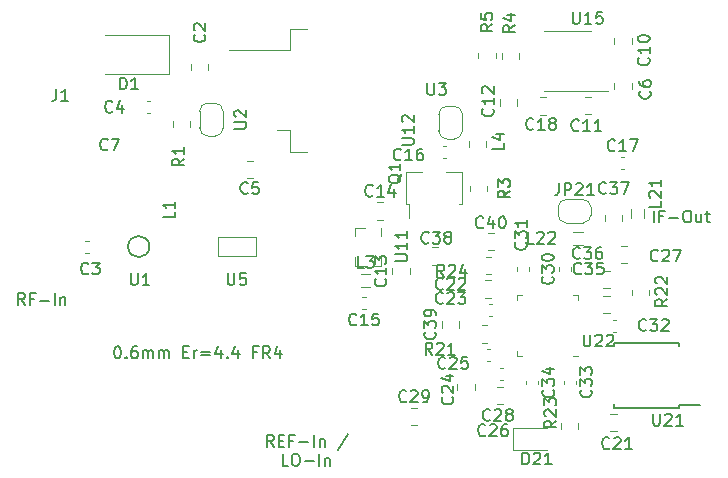
<source format=gbr>
%TF.GenerationSoftware,KiCad,Pcbnew,(6.0.2)*%
%TF.CreationDate,2022-09-18T20:27:38+02:00*%
%TF.ProjectId,8-4GHzDSN_V2,382d3447-487a-4445-934e-5f56322e6b69,rev?*%
%TF.SameCoordinates,Original*%
%TF.FileFunction,Legend,Top*%
%TF.FilePolarity,Positive*%
%FSLAX46Y46*%
G04 Gerber Fmt 4.6, Leading zero omitted, Abs format (unit mm)*
G04 Created by KiCad (PCBNEW (6.0.2)) date 2022-09-18 20:27:38*
%MOMM*%
%LPD*%
G01*
G04 APERTURE LIST*
%ADD10C,0.150000*%
%ADD11C,0.120000*%
G04 APERTURE END LIST*
D10*
X109266666Y-128452380D02*
X109361904Y-128452380D01*
X109457142Y-128500000D01*
X109504761Y-128547619D01*
X109552380Y-128642857D01*
X109600000Y-128833333D01*
X109600000Y-129071428D01*
X109552380Y-129261904D01*
X109504761Y-129357142D01*
X109457142Y-129404761D01*
X109361904Y-129452380D01*
X109266666Y-129452380D01*
X109171428Y-129404761D01*
X109123809Y-129357142D01*
X109076190Y-129261904D01*
X109028571Y-129071428D01*
X109028571Y-128833333D01*
X109076190Y-128642857D01*
X109123809Y-128547619D01*
X109171428Y-128500000D01*
X109266666Y-128452380D01*
X110028571Y-129357142D02*
X110076190Y-129404761D01*
X110028571Y-129452380D01*
X109980952Y-129404761D01*
X110028571Y-129357142D01*
X110028571Y-129452380D01*
X110933333Y-128452380D02*
X110742857Y-128452380D01*
X110647619Y-128500000D01*
X110600000Y-128547619D01*
X110504761Y-128690476D01*
X110457142Y-128880952D01*
X110457142Y-129261904D01*
X110504761Y-129357142D01*
X110552380Y-129404761D01*
X110647619Y-129452380D01*
X110838095Y-129452380D01*
X110933333Y-129404761D01*
X110980952Y-129357142D01*
X111028571Y-129261904D01*
X111028571Y-129023809D01*
X110980952Y-128928571D01*
X110933333Y-128880952D01*
X110838095Y-128833333D01*
X110647619Y-128833333D01*
X110552380Y-128880952D01*
X110504761Y-128928571D01*
X110457142Y-129023809D01*
X111457142Y-129452380D02*
X111457142Y-128785714D01*
X111457142Y-128880952D02*
X111504761Y-128833333D01*
X111600000Y-128785714D01*
X111742857Y-128785714D01*
X111838095Y-128833333D01*
X111885714Y-128928571D01*
X111885714Y-129452380D01*
X111885714Y-128928571D02*
X111933333Y-128833333D01*
X112028571Y-128785714D01*
X112171428Y-128785714D01*
X112266666Y-128833333D01*
X112314285Y-128928571D01*
X112314285Y-129452380D01*
X112790476Y-129452380D02*
X112790476Y-128785714D01*
X112790476Y-128880952D02*
X112838095Y-128833333D01*
X112933333Y-128785714D01*
X113076190Y-128785714D01*
X113171428Y-128833333D01*
X113219047Y-128928571D01*
X113219047Y-129452380D01*
X113219047Y-128928571D02*
X113266666Y-128833333D01*
X113361904Y-128785714D01*
X113504761Y-128785714D01*
X113600000Y-128833333D01*
X113647619Y-128928571D01*
X113647619Y-129452380D01*
X114885714Y-128928571D02*
X115219047Y-128928571D01*
X115361904Y-129452380D02*
X114885714Y-129452380D01*
X114885714Y-128452380D01*
X115361904Y-128452380D01*
X115790476Y-129452380D02*
X115790476Y-128785714D01*
X115790476Y-128976190D02*
X115838095Y-128880952D01*
X115885714Y-128833333D01*
X115980952Y-128785714D01*
X116076190Y-128785714D01*
X116409523Y-128928571D02*
X117171428Y-128928571D01*
X117171428Y-129214285D02*
X116409523Y-129214285D01*
X118076190Y-128785714D02*
X118076190Y-129452380D01*
X117838095Y-128404761D02*
X117600000Y-129119047D01*
X118219047Y-129119047D01*
X118600000Y-129357142D02*
X118647619Y-129404761D01*
X118600000Y-129452380D01*
X118552380Y-129404761D01*
X118600000Y-129357142D01*
X118600000Y-129452380D01*
X119504761Y-128785714D02*
X119504761Y-129452380D01*
X119266666Y-128404761D02*
X119028571Y-129119047D01*
X119647619Y-129119047D01*
X121123809Y-128928571D02*
X120790476Y-128928571D01*
X120790476Y-129452380D02*
X120790476Y-128452380D01*
X121266666Y-128452380D01*
X122219047Y-129452380D02*
X121885714Y-128976190D01*
X121647619Y-129452380D02*
X121647619Y-128452380D01*
X122028571Y-128452380D01*
X122123809Y-128500000D01*
X122171428Y-128547619D01*
X122219047Y-128642857D01*
X122219047Y-128785714D01*
X122171428Y-128880952D01*
X122123809Y-128928571D01*
X122028571Y-128976190D01*
X121647619Y-128976190D01*
X123076190Y-128785714D02*
X123076190Y-129452380D01*
X122838095Y-128404761D02*
X122600000Y-129119047D01*
X123219047Y-129119047D01*
X154690476Y-117952380D02*
X154690476Y-116952380D01*
X155500000Y-117428571D02*
X155166666Y-117428571D01*
X155166666Y-117952380D02*
X155166666Y-116952380D01*
X155642857Y-116952380D01*
X156023809Y-117571428D02*
X156785714Y-117571428D01*
X157452380Y-116952380D02*
X157642857Y-116952380D01*
X157738095Y-117000000D01*
X157833333Y-117095238D01*
X157880952Y-117285714D01*
X157880952Y-117619047D01*
X157833333Y-117809523D01*
X157738095Y-117904761D01*
X157642857Y-117952380D01*
X157452380Y-117952380D01*
X157357142Y-117904761D01*
X157261904Y-117809523D01*
X157214285Y-117619047D01*
X157214285Y-117285714D01*
X157261904Y-117095238D01*
X157357142Y-117000000D01*
X157452380Y-116952380D01*
X158738095Y-117285714D02*
X158738095Y-117952380D01*
X158309523Y-117285714D02*
X158309523Y-117809523D01*
X158357142Y-117904761D01*
X158452380Y-117952380D01*
X158595238Y-117952380D01*
X158690476Y-117904761D01*
X158738095Y-117857142D01*
X159071428Y-117285714D02*
X159452380Y-117285714D01*
X159214285Y-116952380D02*
X159214285Y-117809523D01*
X159261904Y-117904761D01*
X159357142Y-117952380D01*
X159452380Y-117952380D01*
X101471428Y-124952380D02*
X101138095Y-124476190D01*
X100900000Y-124952380D02*
X100900000Y-123952380D01*
X101280952Y-123952380D01*
X101376190Y-124000000D01*
X101423809Y-124047619D01*
X101471428Y-124142857D01*
X101471428Y-124285714D01*
X101423809Y-124380952D01*
X101376190Y-124428571D01*
X101280952Y-124476190D01*
X100900000Y-124476190D01*
X102233333Y-124428571D02*
X101900000Y-124428571D01*
X101900000Y-124952380D02*
X101900000Y-123952380D01*
X102376190Y-123952380D01*
X102757142Y-124571428D02*
X103519047Y-124571428D01*
X103995238Y-124952380D02*
X103995238Y-123952380D01*
X104471428Y-124285714D02*
X104471428Y-124952380D01*
X104471428Y-124380952D02*
X104519047Y-124333333D01*
X104614285Y-124285714D01*
X104757142Y-124285714D01*
X104852380Y-124333333D01*
X104900000Y-124428571D01*
X104900000Y-124952380D01*
X122514285Y-136947380D02*
X122180952Y-136471190D01*
X121942857Y-136947380D02*
X121942857Y-135947380D01*
X122323809Y-135947380D01*
X122419047Y-135995000D01*
X122466666Y-136042619D01*
X122514285Y-136137857D01*
X122514285Y-136280714D01*
X122466666Y-136375952D01*
X122419047Y-136423571D01*
X122323809Y-136471190D01*
X121942857Y-136471190D01*
X122942857Y-136423571D02*
X123276190Y-136423571D01*
X123419047Y-136947380D02*
X122942857Y-136947380D01*
X122942857Y-135947380D01*
X123419047Y-135947380D01*
X124180952Y-136423571D02*
X123847619Y-136423571D01*
X123847619Y-136947380D02*
X123847619Y-135947380D01*
X124323809Y-135947380D01*
X124704761Y-136566428D02*
X125466666Y-136566428D01*
X125942857Y-136947380D02*
X125942857Y-135947380D01*
X126419047Y-136280714D02*
X126419047Y-136947380D01*
X126419047Y-136375952D02*
X126466666Y-136328333D01*
X126561904Y-136280714D01*
X126704761Y-136280714D01*
X126800000Y-136328333D01*
X126847619Y-136423571D01*
X126847619Y-136947380D01*
X128800000Y-135899761D02*
X127942857Y-137185476D01*
X123776190Y-138557380D02*
X123300000Y-138557380D01*
X123300000Y-137557380D01*
X124300000Y-137557380D02*
X124490476Y-137557380D01*
X124585714Y-137605000D01*
X124680952Y-137700238D01*
X124728571Y-137890714D01*
X124728571Y-138224047D01*
X124680952Y-138414523D01*
X124585714Y-138509761D01*
X124490476Y-138557380D01*
X124300000Y-138557380D01*
X124204761Y-138509761D01*
X124109523Y-138414523D01*
X124061904Y-138224047D01*
X124061904Y-137890714D01*
X124109523Y-137700238D01*
X124204761Y-137605000D01*
X124300000Y-137557380D01*
X125157142Y-138176428D02*
X125919047Y-138176428D01*
X126395238Y-138557380D02*
X126395238Y-137557380D01*
X126871428Y-137890714D02*
X126871428Y-138557380D01*
X126871428Y-137985952D02*
X126919047Y-137938333D01*
X127014285Y-137890714D01*
X127157142Y-137890714D01*
X127252380Y-137938333D01*
X127300000Y-138033571D01*
X127300000Y-138557380D01*
%TO.C,R22*%
X155852380Y-124442857D02*
X155376190Y-124776190D01*
X155852380Y-125014285D02*
X154852380Y-125014285D01*
X154852380Y-124633333D01*
X154900000Y-124538095D01*
X154947619Y-124490476D01*
X155042857Y-124442857D01*
X155185714Y-124442857D01*
X155280952Y-124490476D01*
X155328571Y-124538095D01*
X155376190Y-124633333D01*
X155376190Y-125014285D01*
X154947619Y-124061904D02*
X154900000Y-124014285D01*
X154852380Y-123919047D01*
X154852380Y-123680952D01*
X154900000Y-123585714D01*
X154947619Y-123538095D01*
X155042857Y-123490476D01*
X155138095Y-123490476D01*
X155280952Y-123538095D01*
X155852380Y-124109523D01*
X155852380Y-123490476D01*
X154947619Y-123109523D02*
X154900000Y-123061904D01*
X154852380Y-122966666D01*
X154852380Y-122728571D01*
X154900000Y-122633333D01*
X154947619Y-122585714D01*
X155042857Y-122538095D01*
X155138095Y-122538095D01*
X155280952Y-122585714D01*
X155852380Y-123157142D01*
X155852380Y-122538095D01*
%TO.C,C14*%
X130907142Y-115677142D02*
X130859523Y-115724761D01*
X130716666Y-115772380D01*
X130621428Y-115772380D01*
X130478571Y-115724761D01*
X130383333Y-115629523D01*
X130335714Y-115534285D01*
X130288095Y-115343809D01*
X130288095Y-115200952D01*
X130335714Y-115010476D01*
X130383333Y-114915238D01*
X130478571Y-114820000D01*
X130621428Y-114772380D01*
X130716666Y-114772380D01*
X130859523Y-114820000D01*
X130907142Y-114867619D01*
X131859523Y-115772380D02*
X131288095Y-115772380D01*
X131573809Y-115772380D02*
X131573809Y-114772380D01*
X131478571Y-114915238D01*
X131383333Y-115010476D01*
X131288095Y-115058095D01*
X132716666Y-115105714D02*
X132716666Y-115772380D01*
X132478571Y-114724761D02*
X132240476Y-115439047D01*
X132859523Y-115439047D01*
%TO.C,C40*%
X140257142Y-118357142D02*
X140209523Y-118404761D01*
X140066666Y-118452380D01*
X139971428Y-118452380D01*
X139828571Y-118404761D01*
X139733333Y-118309523D01*
X139685714Y-118214285D01*
X139638095Y-118023809D01*
X139638095Y-117880952D01*
X139685714Y-117690476D01*
X139733333Y-117595238D01*
X139828571Y-117500000D01*
X139971428Y-117452380D01*
X140066666Y-117452380D01*
X140209523Y-117500000D01*
X140257142Y-117547619D01*
X141114285Y-117785714D02*
X141114285Y-118452380D01*
X140876190Y-117404761D02*
X140638095Y-118119047D01*
X141257142Y-118119047D01*
X141828571Y-117452380D02*
X141923809Y-117452380D01*
X142019047Y-117500000D01*
X142066666Y-117547619D01*
X142114285Y-117642857D01*
X142161904Y-117833333D01*
X142161904Y-118071428D01*
X142114285Y-118261904D01*
X142066666Y-118357142D01*
X142019047Y-118404761D01*
X141923809Y-118452380D01*
X141828571Y-118452380D01*
X141733333Y-118404761D01*
X141685714Y-118357142D01*
X141638095Y-118261904D01*
X141590476Y-118071428D01*
X141590476Y-117833333D01*
X141638095Y-117642857D01*
X141685714Y-117547619D01*
X141733333Y-117500000D01*
X141828571Y-117452380D01*
%TO.C,R3*%
X142502380Y-115266666D02*
X142026190Y-115600000D01*
X142502380Y-115838095D02*
X141502380Y-115838095D01*
X141502380Y-115457142D01*
X141550000Y-115361904D01*
X141597619Y-115314285D01*
X141692857Y-115266666D01*
X141835714Y-115266666D01*
X141930952Y-115314285D01*
X141978571Y-115361904D01*
X142026190Y-115457142D01*
X142026190Y-115838095D01*
X141502380Y-114933333D02*
X141502380Y-114314285D01*
X141883333Y-114647619D01*
X141883333Y-114504761D01*
X141930952Y-114409523D01*
X141978571Y-114361904D01*
X142073809Y-114314285D01*
X142311904Y-114314285D01*
X142407142Y-114361904D01*
X142454761Y-114409523D01*
X142502380Y-114504761D01*
X142502380Y-114790476D01*
X142454761Y-114885714D01*
X142407142Y-114933333D01*
X142552380Y-115266666D02*
X142076190Y-115600000D01*
X142552380Y-115838095D02*
X141552380Y-115838095D01*
X141552380Y-115457142D01*
X141600000Y-115361904D01*
X141647619Y-115314285D01*
X141742857Y-115266666D01*
X141885714Y-115266666D01*
X141980952Y-115314285D01*
X142028571Y-115361904D01*
X142076190Y-115457142D01*
X142076190Y-115838095D01*
X141552380Y-114933333D02*
X141552380Y-114314285D01*
X141933333Y-114647619D01*
X141933333Y-114504761D01*
X141980952Y-114409523D01*
X142028571Y-114361904D01*
X142123809Y-114314285D01*
X142361904Y-114314285D01*
X142457142Y-114361904D01*
X142504761Y-114409523D01*
X142552380Y-114504761D01*
X142552380Y-114790476D01*
X142504761Y-114885714D01*
X142457142Y-114933333D01*
%TO.C,U11*%
X132822380Y-121238095D02*
X133631904Y-121238095D01*
X133727142Y-121190476D01*
X133774761Y-121142857D01*
X133822380Y-121047619D01*
X133822380Y-120857142D01*
X133774761Y-120761904D01*
X133727142Y-120714285D01*
X133631904Y-120666666D01*
X132822380Y-120666666D01*
X133822380Y-119666666D02*
X133822380Y-120238095D01*
X133822380Y-119952380D02*
X132822380Y-119952380D01*
X132965238Y-120047619D01*
X133060476Y-120142857D01*
X133108095Y-120238095D01*
X133822380Y-118714285D02*
X133822380Y-119285714D01*
X133822380Y-119000000D02*
X132822380Y-119000000D01*
X132965238Y-119095238D01*
X133060476Y-119190476D01*
X133108095Y-119285714D01*
%TO.C,C25*%
X137057142Y-130257142D02*
X137009523Y-130304761D01*
X136866666Y-130352380D01*
X136771428Y-130352380D01*
X136628571Y-130304761D01*
X136533333Y-130209523D01*
X136485714Y-130114285D01*
X136438095Y-129923809D01*
X136438095Y-129780952D01*
X136485714Y-129590476D01*
X136533333Y-129495238D01*
X136628571Y-129400000D01*
X136771428Y-129352380D01*
X136866666Y-129352380D01*
X137009523Y-129400000D01*
X137057142Y-129447619D01*
X137438095Y-129447619D02*
X137485714Y-129400000D01*
X137580952Y-129352380D01*
X137819047Y-129352380D01*
X137914285Y-129400000D01*
X137961904Y-129447619D01*
X138009523Y-129542857D01*
X138009523Y-129638095D01*
X137961904Y-129780952D01*
X137390476Y-130352380D01*
X138009523Y-130352380D01*
X138914285Y-129352380D02*
X138438095Y-129352380D01*
X138390476Y-129828571D01*
X138438095Y-129780952D01*
X138533333Y-129733333D01*
X138771428Y-129733333D01*
X138866666Y-129780952D01*
X138914285Y-129828571D01*
X138961904Y-129923809D01*
X138961904Y-130161904D01*
X138914285Y-130257142D01*
X138866666Y-130304761D01*
X138771428Y-130352380D01*
X138533333Y-130352380D01*
X138438095Y-130304761D01*
X138390476Y-130257142D01*
%TO.C,C34*%
X146187142Y-132142857D02*
X146234761Y-132190476D01*
X146282380Y-132333333D01*
X146282380Y-132428571D01*
X146234761Y-132571428D01*
X146139523Y-132666666D01*
X146044285Y-132714285D01*
X145853809Y-132761904D01*
X145710952Y-132761904D01*
X145520476Y-132714285D01*
X145425238Y-132666666D01*
X145330000Y-132571428D01*
X145282380Y-132428571D01*
X145282380Y-132333333D01*
X145330000Y-132190476D01*
X145377619Y-132142857D01*
X145282380Y-131809523D02*
X145282380Y-131190476D01*
X145663333Y-131523809D01*
X145663333Y-131380952D01*
X145710952Y-131285714D01*
X145758571Y-131238095D01*
X145853809Y-131190476D01*
X146091904Y-131190476D01*
X146187142Y-131238095D01*
X146234761Y-131285714D01*
X146282380Y-131380952D01*
X146282380Y-131666666D01*
X146234761Y-131761904D01*
X146187142Y-131809523D01*
X145615714Y-130333333D02*
X146282380Y-130333333D01*
X145234761Y-130571428D02*
X145949047Y-130809523D01*
X145949047Y-130190476D01*
%TO.C,JP21*%
X146690476Y-114652380D02*
X146690476Y-115366666D01*
X146642857Y-115509523D01*
X146547619Y-115604761D01*
X146404761Y-115652380D01*
X146309523Y-115652380D01*
X147166666Y-115652380D02*
X147166666Y-114652380D01*
X147547619Y-114652380D01*
X147642857Y-114700000D01*
X147690476Y-114747619D01*
X147738095Y-114842857D01*
X147738095Y-114985714D01*
X147690476Y-115080952D01*
X147642857Y-115128571D01*
X147547619Y-115176190D01*
X147166666Y-115176190D01*
X148119047Y-114747619D02*
X148166666Y-114700000D01*
X148261904Y-114652380D01*
X148500000Y-114652380D01*
X148595238Y-114700000D01*
X148642857Y-114747619D01*
X148690476Y-114842857D01*
X148690476Y-114938095D01*
X148642857Y-115080952D01*
X148071428Y-115652380D01*
X148690476Y-115652380D01*
X149642857Y-115652380D02*
X149071428Y-115652380D01*
X149357142Y-115652380D02*
X149357142Y-114652380D01*
X149261904Y-114795238D01*
X149166666Y-114890476D01*
X149071428Y-114938095D01*
%TO.C,C22*%
X136857142Y-123557142D02*
X136809523Y-123604761D01*
X136666666Y-123652380D01*
X136571428Y-123652380D01*
X136428571Y-123604761D01*
X136333333Y-123509523D01*
X136285714Y-123414285D01*
X136238095Y-123223809D01*
X136238095Y-123080952D01*
X136285714Y-122890476D01*
X136333333Y-122795238D01*
X136428571Y-122700000D01*
X136571428Y-122652380D01*
X136666666Y-122652380D01*
X136809523Y-122700000D01*
X136857142Y-122747619D01*
X137238095Y-122747619D02*
X137285714Y-122700000D01*
X137380952Y-122652380D01*
X137619047Y-122652380D01*
X137714285Y-122700000D01*
X137761904Y-122747619D01*
X137809523Y-122842857D01*
X137809523Y-122938095D01*
X137761904Y-123080952D01*
X137190476Y-123652380D01*
X137809523Y-123652380D01*
X138190476Y-122747619D02*
X138238095Y-122700000D01*
X138333333Y-122652380D01*
X138571428Y-122652380D01*
X138666666Y-122700000D01*
X138714285Y-122747619D01*
X138761904Y-122842857D01*
X138761904Y-122938095D01*
X138714285Y-123080952D01*
X138142857Y-123652380D01*
X138761904Y-123652380D01*
%TO.C,C38*%
X135657142Y-119657142D02*
X135609523Y-119704761D01*
X135466666Y-119752380D01*
X135371428Y-119752380D01*
X135228571Y-119704761D01*
X135133333Y-119609523D01*
X135085714Y-119514285D01*
X135038095Y-119323809D01*
X135038095Y-119180952D01*
X135085714Y-118990476D01*
X135133333Y-118895238D01*
X135228571Y-118800000D01*
X135371428Y-118752380D01*
X135466666Y-118752380D01*
X135609523Y-118800000D01*
X135657142Y-118847619D01*
X135990476Y-118752380D02*
X136609523Y-118752380D01*
X136276190Y-119133333D01*
X136419047Y-119133333D01*
X136514285Y-119180952D01*
X136561904Y-119228571D01*
X136609523Y-119323809D01*
X136609523Y-119561904D01*
X136561904Y-119657142D01*
X136514285Y-119704761D01*
X136419047Y-119752380D01*
X136133333Y-119752380D01*
X136038095Y-119704761D01*
X135990476Y-119657142D01*
X137180952Y-119180952D02*
X137085714Y-119133333D01*
X137038095Y-119085714D01*
X136990476Y-118990476D01*
X136990476Y-118942857D01*
X137038095Y-118847619D01*
X137085714Y-118800000D01*
X137180952Y-118752380D01*
X137371428Y-118752380D01*
X137466666Y-118800000D01*
X137514285Y-118847619D01*
X137561904Y-118942857D01*
X137561904Y-118990476D01*
X137514285Y-119085714D01*
X137466666Y-119133333D01*
X137371428Y-119180952D01*
X137180952Y-119180952D01*
X137085714Y-119228571D01*
X137038095Y-119276190D01*
X136990476Y-119371428D01*
X136990476Y-119561904D01*
X137038095Y-119657142D01*
X137085714Y-119704761D01*
X137180952Y-119752380D01*
X137371428Y-119752380D01*
X137466666Y-119704761D01*
X137514285Y-119657142D01*
X137561904Y-119561904D01*
X137561904Y-119371428D01*
X137514285Y-119276190D01*
X137466666Y-119228571D01*
X137371428Y-119180952D01*
%TO.C,C6*%
X154359642Y-106849166D02*
X154407261Y-106896785D01*
X154454880Y-107039642D01*
X154454880Y-107134880D01*
X154407261Y-107277738D01*
X154312023Y-107372976D01*
X154216785Y-107420595D01*
X154026309Y-107468214D01*
X153883452Y-107468214D01*
X153692976Y-107420595D01*
X153597738Y-107372976D01*
X153502500Y-107277738D01*
X153454880Y-107134880D01*
X153454880Y-107039642D01*
X153502500Y-106896785D01*
X153550119Y-106849166D01*
X153454880Y-105992023D02*
X153454880Y-106182500D01*
X153502500Y-106277738D01*
X153550119Y-106325357D01*
X153692976Y-106420595D01*
X153883452Y-106468214D01*
X154264404Y-106468214D01*
X154359642Y-106420595D01*
X154407261Y-106372976D01*
X154454880Y-106277738D01*
X154454880Y-106087261D01*
X154407261Y-105992023D01*
X154359642Y-105944404D01*
X154264404Y-105896785D01*
X154026309Y-105896785D01*
X153931071Y-105944404D01*
X153883452Y-105992023D01*
X153835833Y-106087261D01*
X153835833Y-106277738D01*
X153883452Y-106372976D01*
X153931071Y-106420595D01*
X154026309Y-106468214D01*
%TO.C,L22*%
X144557142Y-119752380D02*
X144080952Y-119752380D01*
X144080952Y-118752380D01*
X144842857Y-118847619D02*
X144890476Y-118800000D01*
X144985714Y-118752380D01*
X145223809Y-118752380D01*
X145319047Y-118800000D01*
X145366666Y-118847619D01*
X145414285Y-118942857D01*
X145414285Y-119038095D01*
X145366666Y-119180952D01*
X144795238Y-119752380D01*
X145414285Y-119752380D01*
X145795238Y-118847619D02*
X145842857Y-118800000D01*
X145938095Y-118752380D01*
X146176190Y-118752380D01*
X146271428Y-118800000D01*
X146319047Y-118847619D01*
X146366666Y-118942857D01*
X146366666Y-119038095D01*
X146319047Y-119180952D01*
X145747619Y-119752380D01*
X146366666Y-119752380D01*
%TO.C,C23*%
X136857142Y-124757142D02*
X136809523Y-124804761D01*
X136666666Y-124852380D01*
X136571428Y-124852380D01*
X136428571Y-124804761D01*
X136333333Y-124709523D01*
X136285714Y-124614285D01*
X136238095Y-124423809D01*
X136238095Y-124280952D01*
X136285714Y-124090476D01*
X136333333Y-123995238D01*
X136428571Y-123900000D01*
X136571428Y-123852380D01*
X136666666Y-123852380D01*
X136809523Y-123900000D01*
X136857142Y-123947619D01*
X137238095Y-123947619D02*
X137285714Y-123900000D01*
X137380952Y-123852380D01*
X137619047Y-123852380D01*
X137714285Y-123900000D01*
X137761904Y-123947619D01*
X137809523Y-124042857D01*
X137809523Y-124138095D01*
X137761904Y-124280952D01*
X137190476Y-124852380D01*
X137809523Y-124852380D01*
X138142857Y-123852380D02*
X138761904Y-123852380D01*
X138428571Y-124233333D01*
X138571428Y-124233333D01*
X138666666Y-124280952D01*
X138714285Y-124328571D01*
X138761904Y-124423809D01*
X138761904Y-124661904D01*
X138714285Y-124757142D01*
X138666666Y-124804761D01*
X138571428Y-124852380D01*
X138285714Y-124852380D01*
X138190476Y-124804761D01*
X138142857Y-124757142D01*
%TO.C,C29*%
X133757142Y-133077142D02*
X133709523Y-133124761D01*
X133566666Y-133172380D01*
X133471428Y-133172380D01*
X133328571Y-133124761D01*
X133233333Y-133029523D01*
X133185714Y-132934285D01*
X133138095Y-132743809D01*
X133138095Y-132600952D01*
X133185714Y-132410476D01*
X133233333Y-132315238D01*
X133328571Y-132220000D01*
X133471428Y-132172380D01*
X133566666Y-132172380D01*
X133709523Y-132220000D01*
X133757142Y-132267619D01*
X134138095Y-132267619D02*
X134185714Y-132220000D01*
X134280952Y-132172380D01*
X134519047Y-132172380D01*
X134614285Y-132220000D01*
X134661904Y-132267619D01*
X134709523Y-132362857D01*
X134709523Y-132458095D01*
X134661904Y-132600952D01*
X134090476Y-133172380D01*
X134709523Y-133172380D01*
X135185714Y-133172380D02*
X135376190Y-133172380D01*
X135471428Y-133124761D01*
X135519047Y-133077142D01*
X135614285Y-132934285D01*
X135661904Y-132743809D01*
X135661904Y-132362857D01*
X135614285Y-132267619D01*
X135566666Y-132220000D01*
X135471428Y-132172380D01*
X135280952Y-132172380D01*
X135185714Y-132220000D01*
X135138095Y-132267619D01*
X135090476Y-132362857D01*
X135090476Y-132600952D01*
X135138095Y-132696190D01*
X135185714Y-132743809D01*
X135280952Y-132791428D01*
X135471428Y-132791428D01*
X135566666Y-132743809D01*
X135614285Y-132696190D01*
X135661904Y-132600952D01*
%TO.C,C15*%
X129519642Y-126587142D02*
X129472023Y-126634761D01*
X129329166Y-126682380D01*
X129233928Y-126682380D01*
X129091071Y-126634761D01*
X128995833Y-126539523D01*
X128948214Y-126444285D01*
X128900595Y-126253809D01*
X128900595Y-126110952D01*
X128948214Y-125920476D01*
X128995833Y-125825238D01*
X129091071Y-125730000D01*
X129233928Y-125682380D01*
X129329166Y-125682380D01*
X129472023Y-125730000D01*
X129519642Y-125777619D01*
X130472023Y-126682380D02*
X129900595Y-126682380D01*
X130186309Y-126682380D02*
X130186309Y-125682380D01*
X130091071Y-125825238D01*
X129995833Y-125920476D01*
X129900595Y-125968095D01*
X131376785Y-125682380D02*
X130900595Y-125682380D01*
X130852976Y-126158571D01*
X130900595Y-126110952D01*
X130995833Y-126063333D01*
X131233928Y-126063333D01*
X131329166Y-126110952D01*
X131376785Y-126158571D01*
X131424404Y-126253809D01*
X131424404Y-126491904D01*
X131376785Y-126587142D01*
X131329166Y-126634761D01*
X131233928Y-126682380D01*
X130995833Y-126682380D01*
X130900595Y-126634761D01*
X130852976Y-126587142D01*
%TO.C,U1*%
X110438095Y-122252380D02*
X110438095Y-123061904D01*
X110485714Y-123157142D01*
X110533333Y-123204761D01*
X110628571Y-123252380D01*
X110819047Y-123252380D01*
X110914285Y-123204761D01*
X110961904Y-123157142D01*
X111009523Y-123061904D01*
X111009523Y-122252380D01*
X112009523Y-123252380D02*
X111438095Y-123252380D01*
X111723809Y-123252380D02*
X111723809Y-122252380D01*
X111628571Y-122395238D01*
X111533333Y-122490476D01*
X111438095Y-122538095D01*
%TO.C,C28*%
X140857142Y-134657142D02*
X140809523Y-134704761D01*
X140666666Y-134752380D01*
X140571428Y-134752380D01*
X140428571Y-134704761D01*
X140333333Y-134609523D01*
X140285714Y-134514285D01*
X140238095Y-134323809D01*
X140238095Y-134180952D01*
X140285714Y-133990476D01*
X140333333Y-133895238D01*
X140428571Y-133800000D01*
X140571428Y-133752380D01*
X140666666Y-133752380D01*
X140809523Y-133800000D01*
X140857142Y-133847619D01*
X141238095Y-133847619D02*
X141285714Y-133800000D01*
X141380952Y-133752380D01*
X141619047Y-133752380D01*
X141714285Y-133800000D01*
X141761904Y-133847619D01*
X141809523Y-133942857D01*
X141809523Y-134038095D01*
X141761904Y-134180952D01*
X141190476Y-134752380D01*
X141809523Y-134752380D01*
X142380952Y-134180952D02*
X142285714Y-134133333D01*
X142238095Y-134085714D01*
X142190476Y-133990476D01*
X142190476Y-133942857D01*
X142238095Y-133847619D01*
X142285714Y-133800000D01*
X142380952Y-133752380D01*
X142571428Y-133752380D01*
X142666666Y-133800000D01*
X142714285Y-133847619D01*
X142761904Y-133942857D01*
X142761904Y-133990476D01*
X142714285Y-134085714D01*
X142666666Y-134133333D01*
X142571428Y-134180952D01*
X142380952Y-134180952D01*
X142285714Y-134228571D01*
X142238095Y-134276190D01*
X142190476Y-134371428D01*
X142190476Y-134561904D01*
X142238095Y-134657142D01*
X142285714Y-134704761D01*
X142380952Y-134752380D01*
X142571428Y-134752380D01*
X142666666Y-134704761D01*
X142714285Y-134657142D01*
X142761904Y-134561904D01*
X142761904Y-134371428D01*
X142714285Y-134276190D01*
X142666666Y-134228571D01*
X142571428Y-134180952D01*
%TO.C,L3*%
X130133333Y-121802380D02*
X129657142Y-121802380D01*
X129657142Y-120802380D01*
X130371428Y-120802380D02*
X130990476Y-120802380D01*
X130657142Y-121183333D01*
X130800000Y-121183333D01*
X130895238Y-121230952D01*
X130942857Y-121278571D01*
X130990476Y-121373809D01*
X130990476Y-121611904D01*
X130942857Y-121707142D01*
X130895238Y-121754761D01*
X130800000Y-121802380D01*
X130514285Y-121802380D01*
X130419047Y-121754761D01*
X130371428Y-121707142D01*
%TO.C,J1*%
X104116666Y-106652380D02*
X104116666Y-107366666D01*
X104069047Y-107509523D01*
X103973809Y-107604761D01*
X103830952Y-107652380D01*
X103735714Y-107652380D01*
X105116666Y-107652380D02*
X104545238Y-107652380D01*
X104830952Y-107652380D02*
X104830952Y-106652380D01*
X104735714Y-106795238D01*
X104640476Y-106890476D01*
X104545238Y-106938095D01*
%TO.C,C39*%
X136157142Y-127242857D02*
X136204761Y-127290476D01*
X136252380Y-127433333D01*
X136252380Y-127528571D01*
X136204761Y-127671428D01*
X136109523Y-127766666D01*
X136014285Y-127814285D01*
X135823809Y-127861904D01*
X135680952Y-127861904D01*
X135490476Y-127814285D01*
X135395238Y-127766666D01*
X135300000Y-127671428D01*
X135252380Y-127528571D01*
X135252380Y-127433333D01*
X135300000Y-127290476D01*
X135347619Y-127242857D01*
X135252380Y-126909523D02*
X135252380Y-126290476D01*
X135633333Y-126623809D01*
X135633333Y-126480952D01*
X135680952Y-126385714D01*
X135728571Y-126338095D01*
X135823809Y-126290476D01*
X136061904Y-126290476D01*
X136157142Y-126338095D01*
X136204761Y-126385714D01*
X136252380Y-126480952D01*
X136252380Y-126766666D01*
X136204761Y-126861904D01*
X136157142Y-126909523D01*
X136252380Y-125814285D02*
X136252380Y-125623809D01*
X136204761Y-125528571D01*
X136157142Y-125480952D01*
X136014285Y-125385714D01*
X135823809Y-125338095D01*
X135442857Y-125338095D01*
X135347619Y-125385714D01*
X135300000Y-125433333D01*
X135252380Y-125528571D01*
X135252380Y-125719047D01*
X135300000Y-125814285D01*
X135347619Y-125861904D01*
X135442857Y-125909523D01*
X135680952Y-125909523D01*
X135776190Y-125861904D01*
X135823809Y-125814285D01*
X135871428Y-125719047D01*
X135871428Y-125528571D01*
X135823809Y-125433333D01*
X135776190Y-125385714D01*
X135680952Y-125338095D01*
%TO.C,C24*%
X137657142Y-132742857D02*
X137704761Y-132790476D01*
X137752380Y-132933333D01*
X137752380Y-133028571D01*
X137704761Y-133171428D01*
X137609523Y-133266666D01*
X137514285Y-133314285D01*
X137323809Y-133361904D01*
X137180952Y-133361904D01*
X136990476Y-133314285D01*
X136895238Y-133266666D01*
X136800000Y-133171428D01*
X136752380Y-133028571D01*
X136752380Y-132933333D01*
X136800000Y-132790476D01*
X136847619Y-132742857D01*
X136847619Y-132361904D02*
X136800000Y-132314285D01*
X136752380Y-132219047D01*
X136752380Y-131980952D01*
X136800000Y-131885714D01*
X136847619Y-131838095D01*
X136942857Y-131790476D01*
X137038095Y-131790476D01*
X137180952Y-131838095D01*
X137752380Y-132409523D01*
X137752380Y-131790476D01*
X137085714Y-130933333D02*
X137752380Y-130933333D01*
X136704761Y-131171428D02*
X137419047Y-131409523D01*
X137419047Y-130790476D01*
%TO.C,R5*%
X141052380Y-101166666D02*
X140576190Y-101500000D01*
X141052380Y-101738095D02*
X140052380Y-101738095D01*
X140052380Y-101357142D01*
X140100000Y-101261904D01*
X140147619Y-101214285D01*
X140242857Y-101166666D01*
X140385714Y-101166666D01*
X140480952Y-101214285D01*
X140528571Y-101261904D01*
X140576190Y-101357142D01*
X140576190Y-101738095D01*
X140052380Y-100261904D02*
X140052380Y-100738095D01*
X140528571Y-100785714D01*
X140480952Y-100738095D01*
X140433333Y-100642857D01*
X140433333Y-100404761D01*
X140480952Y-100309523D01*
X140528571Y-100261904D01*
X140623809Y-100214285D01*
X140861904Y-100214285D01*
X140957142Y-100261904D01*
X141004761Y-100309523D01*
X141052380Y-100404761D01*
X141052380Y-100642857D01*
X141004761Y-100738095D01*
X140957142Y-100785714D01*
%TO.C,C3*%
X106833333Y-122257142D02*
X106785714Y-122304761D01*
X106642857Y-122352380D01*
X106547619Y-122352380D01*
X106404761Y-122304761D01*
X106309523Y-122209523D01*
X106261904Y-122114285D01*
X106214285Y-121923809D01*
X106214285Y-121780952D01*
X106261904Y-121590476D01*
X106309523Y-121495238D01*
X106404761Y-121400000D01*
X106547619Y-121352380D01*
X106642857Y-121352380D01*
X106785714Y-121400000D01*
X106833333Y-121447619D01*
X107166666Y-121352380D02*
X107785714Y-121352380D01*
X107452380Y-121733333D01*
X107595238Y-121733333D01*
X107690476Y-121780952D01*
X107738095Y-121828571D01*
X107785714Y-121923809D01*
X107785714Y-122161904D01*
X107738095Y-122257142D01*
X107690476Y-122304761D01*
X107595238Y-122352380D01*
X107309523Y-122352380D01*
X107214285Y-122304761D01*
X107166666Y-122257142D01*
%TO.C,U5*%
X118638095Y-122246380D02*
X118638095Y-123055904D01*
X118685714Y-123151142D01*
X118733333Y-123198761D01*
X118828571Y-123246380D01*
X119019047Y-123246380D01*
X119114285Y-123198761D01*
X119161904Y-123151142D01*
X119209523Y-123055904D01*
X119209523Y-122246380D01*
X120161904Y-122246380D02*
X119685714Y-122246380D01*
X119638095Y-122722571D01*
X119685714Y-122674952D01*
X119780952Y-122627333D01*
X120019047Y-122627333D01*
X120114285Y-122674952D01*
X120161904Y-122722571D01*
X120209523Y-122817809D01*
X120209523Y-123055904D01*
X120161904Y-123151142D01*
X120114285Y-123198761D01*
X120019047Y-123246380D01*
X119780952Y-123246380D01*
X119685714Y-123198761D01*
X119638095Y-123151142D01*
%TO.C,C5*%
X120333333Y-115457142D02*
X120285714Y-115504761D01*
X120142857Y-115552380D01*
X120047619Y-115552380D01*
X119904761Y-115504761D01*
X119809523Y-115409523D01*
X119761904Y-115314285D01*
X119714285Y-115123809D01*
X119714285Y-114980952D01*
X119761904Y-114790476D01*
X119809523Y-114695238D01*
X119904761Y-114600000D01*
X120047619Y-114552380D01*
X120142857Y-114552380D01*
X120285714Y-114600000D01*
X120333333Y-114647619D01*
X121238095Y-114552380D02*
X120761904Y-114552380D01*
X120714285Y-115028571D01*
X120761904Y-114980952D01*
X120857142Y-114933333D01*
X121095238Y-114933333D01*
X121190476Y-114980952D01*
X121238095Y-115028571D01*
X121285714Y-115123809D01*
X121285714Y-115361904D01*
X121238095Y-115457142D01*
X121190476Y-115504761D01*
X121095238Y-115552380D01*
X120857142Y-115552380D01*
X120761904Y-115504761D01*
X120714285Y-115457142D01*
%TO.C,C21*%
X150957142Y-137057142D02*
X150909523Y-137104761D01*
X150766666Y-137152380D01*
X150671428Y-137152380D01*
X150528571Y-137104761D01*
X150433333Y-137009523D01*
X150385714Y-136914285D01*
X150338095Y-136723809D01*
X150338095Y-136580952D01*
X150385714Y-136390476D01*
X150433333Y-136295238D01*
X150528571Y-136200000D01*
X150671428Y-136152380D01*
X150766666Y-136152380D01*
X150909523Y-136200000D01*
X150957142Y-136247619D01*
X151338095Y-136247619D02*
X151385714Y-136200000D01*
X151480952Y-136152380D01*
X151719047Y-136152380D01*
X151814285Y-136200000D01*
X151861904Y-136247619D01*
X151909523Y-136342857D01*
X151909523Y-136438095D01*
X151861904Y-136580952D01*
X151290476Y-137152380D01*
X151909523Y-137152380D01*
X152861904Y-137152380D02*
X152290476Y-137152380D01*
X152576190Y-137152380D02*
X152576190Y-136152380D01*
X152480952Y-136295238D01*
X152385714Y-136390476D01*
X152290476Y-136438095D01*
%TO.C,C13*%
X131977142Y-122742857D02*
X132024761Y-122790476D01*
X132072380Y-122933333D01*
X132072380Y-123028571D01*
X132024761Y-123171428D01*
X131929523Y-123266666D01*
X131834285Y-123314285D01*
X131643809Y-123361904D01*
X131500952Y-123361904D01*
X131310476Y-123314285D01*
X131215238Y-123266666D01*
X131120000Y-123171428D01*
X131072380Y-123028571D01*
X131072380Y-122933333D01*
X131120000Y-122790476D01*
X131167619Y-122742857D01*
X132072380Y-121790476D02*
X132072380Y-122361904D01*
X132072380Y-122076190D02*
X131072380Y-122076190D01*
X131215238Y-122171428D01*
X131310476Y-122266666D01*
X131358095Y-122361904D01*
X131072380Y-121457142D02*
X131072380Y-120838095D01*
X131453333Y-121171428D01*
X131453333Y-121028571D01*
X131500952Y-120933333D01*
X131548571Y-120885714D01*
X131643809Y-120838095D01*
X131881904Y-120838095D01*
X131977142Y-120885714D01*
X132024761Y-120933333D01*
X132072380Y-121028571D01*
X132072380Y-121314285D01*
X132024761Y-121409523D01*
X131977142Y-121457142D01*
%TO.C,Q1*%
X133347619Y-113895238D02*
X133300000Y-113990476D01*
X133204761Y-114085714D01*
X133061904Y-114228571D01*
X133014285Y-114323809D01*
X133014285Y-114419047D01*
X133252380Y-114371428D02*
X133204761Y-114466666D01*
X133109523Y-114561904D01*
X132919047Y-114609523D01*
X132585714Y-114609523D01*
X132395238Y-114561904D01*
X132300000Y-114466666D01*
X132252380Y-114371428D01*
X132252380Y-114180952D01*
X132300000Y-114085714D01*
X132395238Y-113990476D01*
X132585714Y-113942857D01*
X132919047Y-113942857D01*
X133109523Y-113990476D01*
X133204761Y-114085714D01*
X133252380Y-114180952D01*
X133252380Y-114371428D01*
X133252380Y-112990476D02*
X133252380Y-113561904D01*
X133252380Y-113276190D02*
X132252380Y-113276190D01*
X132395238Y-113371428D01*
X132490476Y-113466666D01*
X132538095Y-113561904D01*
%TO.C,C4*%
X108870833Y-108557142D02*
X108823214Y-108604761D01*
X108680357Y-108652380D01*
X108585119Y-108652380D01*
X108442261Y-108604761D01*
X108347023Y-108509523D01*
X108299404Y-108414285D01*
X108251785Y-108223809D01*
X108251785Y-108080952D01*
X108299404Y-107890476D01*
X108347023Y-107795238D01*
X108442261Y-107700000D01*
X108585119Y-107652380D01*
X108680357Y-107652380D01*
X108823214Y-107700000D01*
X108870833Y-107747619D01*
X109727976Y-107985714D02*
X109727976Y-108652380D01*
X109489880Y-107604761D02*
X109251785Y-108319047D01*
X109870833Y-108319047D01*
%TO.C,R1*%
X114952380Y-112566666D02*
X114476190Y-112900000D01*
X114952380Y-113138095D02*
X113952380Y-113138095D01*
X113952380Y-112757142D01*
X114000000Y-112661904D01*
X114047619Y-112614285D01*
X114142857Y-112566666D01*
X114285714Y-112566666D01*
X114380952Y-112614285D01*
X114428571Y-112661904D01*
X114476190Y-112757142D01*
X114476190Y-113138095D01*
X114952380Y-111614285D02*
X114952380Y-112185714D01*
X114952380Y-111900000D02*
X113952380Y-111900000D01*
X114095238Y-111995238D01*
X114190476Y-112090476D01*
X114238095Y-112185714D01*
%TO.C,C11*%
X148359642Y-110139642D02*
X148312023Y-110187261D01*
X148169166Y-110234880D01*
X148073928Y-110234880D01*
X147931071Y-110187261D01*
X147835833Y-110092023D01*
X147788214Y-109996785D01*
X147740595Y-109806309D01*
X147740595Y-109663452D01*
X147788214Y-109472976D01*
X147835833Y-109377738D01*
X147931071Y-109282500D01*
X148073928Y-109234880D01*
X148169166Y-109234880D01*
X148312023Y-109282500D01*
X148359642Y-109330119D01*
X149312023Y-110234880D02*
X148740595Y-110234880D01*
X149026309Y-110234880D02*
X149026309Y-109234880D01*
X148931071Y-109377738D01*
X148835833Y-109472976D01*
X148740595Y-109520595D01*
X150264404Y-110234880D02*
X149692976Y-110234880D01*
X149978690Y-110234880D02*
X149978690Y-109234880D01*
X149883452Y-109377738D01*
X149788214Y-109472976D01*
X149692976Y-109520595D01*
%TO.C,C27*%
X155057142Y-121157142D02*
X155009523Y-121204761D01*
X154866666Y-121252380D01*
X154771428Y-121252380D01*
X154628571Y-121204761D01*
X154533333Y-121109523D01*
X154485714Y-121014285D01*
X154438095Y-120823809D01*
X154438095Y-120680952D01*
X154485714Y-120490476D01*
X154533333Y-120395238D01*
X154628571Y-120300000D01*
X154771428Y-120252380D01*
X154866666Y-120252380D01*
X155009523Y-120300000D01*
X155057142Y-120347619D01*
X155438095Y-120347619D02*
X155485714Y-120300000D01*
X155580952Y-120252380D01*
X155819047Y-120252380D01*
X155914285Y-120300000D01*
X155961904Y-120347619D01*
X156009523Y-120442857D01*
X156009523Y-120538095D01*
X155961904Y-120680952D01*
X155390476Y-121252380D01*
X156009523Y-121252380D01*
X156342857Y-120252380D02*
X157009523Y-120252380D01*
X156580952Y-121252380D01*
%TO.C,C2*%
X116657142Y-102066666D02*
X116704761Y-102114285D01*
X116752380Y-102257142D01*
X116752380Y-102352380D01*
X116704761Y-102495238D01*
X116609523Y-102590476D01*
X116514285Y-102638095D01*
X116323809Y-102685714D01*
X116180952Y-102685714D01*
X115990476Y-102638095D01*
X115895238Y-102590476D01*
X115800000Y-102495238D01*
X115752380Y-102352380D01*
X115752380Y-102257142D01*
X115800000Y-102114285D01*
X115847619Y-102066666D01*
X115847619Y-101685714D02*
X115800000Y-101638095D01*
X115752380Y-101542857D01*
X115752380Y-101304761D01*
X115800000Y-101209523D01*
X115847619Y-101161904D01*
X115942857Y-101114285D01*
X116038095Y-101114285D01*
X116180952Y-101161904D01*
X116752380Y-101733333D01*
X116752380Y-101114285D01*
%TO.C,C32*%
X154057142Y-127057142D02*
X154009523Y-127104761D01*
X153866666Y-127152380D01*
X153771428Y-127152380D01*
X153628571Y-127104761D01*
X153533333Y-127009523D01*
X153485714Y-126914285D01*
X153438095Y-126723809D01*
X153438095Y-126580952D01*
X153485714Y-126390476D01*
X153533333Y-126295238D01*
X153628571Y-126200000D01*
X153771428Y-126152380D01*
X153866666Y-126152380D01*
X154009523Y-126200000D01*
X154057142Y-126247619D01*
X154390476Y-126152380D02*
X155009523Y-126152380D01*
X154676190Y-126533333D01*
X154819047Y-126533333D01*
X154914285Y-126580952D01*
X154961904Y-126628571D01*
X155009523Y-126723809D01*
X155009523Y-126961904D01*
X154961904Y-127057142D01*
X154914285Y-127104761D01*
X154819047Y-127152380D01*
X154533333Y-127152380D01*
X154438095Y-127104761D01*
X154390476Y-127057142D01*
X155390476Y-126247619D02*
X155438095Y-126200000D01*
X155533333Y-126152380D01*
X155771428Y-126152380D01*
X155866666Y-126200000D01*
X155914285Y-126247619D01*
X155961904Y-126342857D01*
X155961904Y-126438095D01*
X155914285Y-126580952D01*
X155342857Y-127152380D01*
X155961904Y-127152380D01*
%TO.C,U2*%
X119202380Y-110011904D02*
X120011904Y-110011904D01*
X120107142Y-109964285D01*
X120154761Y-109916666D01*
X120202380Y-109821428D01*
X120202380Y-109630952D01*
X120154761Y-109535714D01*
X120107142Y-109488095D01*
X120011904Y-109440476D01*
X119202380Y-109440476D01*
X119297619Y-109011904D02*
X119250000Y-108964285D01*
X119202380Y-108869047D01*
X119202380Y-108630952D01*
X119250000Y-108535714D01*
X119297619Y-108488095D01*
X119392857Y-108440476D01*
X119488095Y-108440476D01*
X119630952Y-108488095D01*
X120202380Y-109059523D01*
X120202380Y-108440476D01*
%TO.C,U3*%
X135538095Y-106152380D02*
X135538095Y-106961904D01*
X135585714Y-107057142D01*
X135633333Y-107104761D01*
X135728571Y-107152380D01*
X135919047Y-107152380D01*
X136014285Y-107104761D01*
X136061904Y-107057142D01*
X136109523Y-106961904D01*
X136109523Y-106152380D01*
X136490476Y-106152380D02*
X137109523Y-106152380D01*
X136776190Y-106533333D01*
X136919047Y-106533333D01*
X137014285Y-106580952D01*
X137061904Y-106628571D01*
X137109523Y-106723809D01*
X137109523Y-106961904D01*
X137061904Y-107057142D01*
X137014285Y-107104761D01*
X136919047Y-107152380D01*
X136633333Y-107152380D01*
X136538095Y-107104761D01*
X136490476Y-107057142D01*
%TO.C,U12*%
X133377380Y-111388095D02*
X134186904Y-111388095D01*
X134282142Y-111340476D01*
X134329761Y-111292857D01*
X134377380Y-111197619D01*
X134377380Y-111007142D01*
X134329761Y-110911904D01*
X134282142Y-110864285D01*
X134186904Y-110816666D01*
X133377380Y-110816666D01*
X134377380Y-109816666D02*
X134377380Y-110388095D01*
X134377380Y-110102380D02*
X133377380Y-110102380D01*
X133520238Y-110197619D01*
X133615476Y-110292857D01*
X133663095Y-110388095D01*
X133472619Y-109435714D02*
X133425000Y-109388095D01*
X133377380Y-109292857D01*
X133377380Y-109054761D01*
X133425000Y-108959523D01*
X133472619Y-108911904D01*
X133567857Y-108864285D01*
X133663095Y-108864285D01*
X133805952Y-108911904D01*
X134377380Y-109483333D01*
X134377380Y-108864285D01*
%TO.C,R21*%
X135957142Y-129152380D02*
X135623809Y-128676190D01*
X135385714Y-129152380D02*
X135385714Y-128152380D01*
X135766666Y-128152380D01*
X135861904Y-128200000D01*
X135909523Y-128247619D01*
X135957142Y-128342857D01*
X135957142Y-128485714D01*
X135909523Y-128580952D01*
X135861904Y-128628571D01*
X135766666Y-128676190D01*
X135385714Y-128676190D01*
X136338095Y-128247619D02*
X136385714Y-128200000D01*
X136480952Y-128152380D01*
X136719047Y-128152380D01*
X136814285Y-128200000D01*
X136861904Y-128247619D01*
X136909523Y-128342857D01*
X136909523Y-128438095D01*
X136861904Y-128580952D01*
X136290476Y-129152380D01*
X136909523Y-129152380D01*
X137861904Y-129152380D02*
X137290476Y-129152380D01*
X137576190Y-129152380D02*
X137576190Y-128152380D01*
X137480952Y-128295238D01*
X137385714Y-128390476D01*
X137290476Y-128438095D01*
%TO.C,C18*%
X144517142Y-110037142D02*
X144469523Y-110084761D01*
X144326666Y-110132380D01*
X144231428Y-110132380D01*
X144088571Y-110084761D01*
X143993333Y-109989523D01*
X143945714Y-109894285D01*
X143898095Y-109703809D01*
X143898095Y-109560952D01*
X143945714Y-109370476D01*
X143993333Y-109275238D01*
X144088571Y-109180000D01*
X144231428Y-109132380D01*
X144326666Y-109132380D01*
X144469523Y-109180000D01*
X144517142Y-109227619D01*
X145469523Y-110132380D02*
X144898095Y-110132380D01*
X145183809Y-110132380D02*
X145183809Y-109132380D01*
X145088571Y-109275238D01*
X144993333Y-109370476D01*
X144898095Y-109418095D01*
X146040952Y-109560952D02*
X145945714Y-109513333D01*
X145898095Y-109465714D01*
X145850476Y-109370476D01*
X145850476Y-109322857D01*
X145898095Y-109227619D01*
X145945714Y-109180000D01*
X146040952Y-109132380D01*
X146231428Y-109132380D01*
X146326666Y-109180000D01*
X146374285Y-109227619D01*
X146421904Y-109322857D01*
X146421904Y-109370476D01*
X146374285Y-109465714D01*
X146326666Y-109513333D01*
X146231428Y-109560952D01*
X146040952Y-109560952D01*
X145945714Y-109608571D01*
X145898095Y-109656190D01*
X145850476Y-109751428D01*
X145850476Y-109941904D01*
X145898095Y-110037142D01*
X145945714Y-110084761D01*
X146040952Y-110132380D01*
X146231428Y-110132380D01*
X146326666Y-110084761D01*
X146374285Y-110037142D01*
X146421904Y-109941904D01*
X146421904Y-109751428D01*
X146374285Y-109656190D01*
X146326666Y-109608571D01*
X146231428Y-109560952D01*
%TO.C,C17*%
X151419642Y-111841142D02*
X151372023Y-111888761D01*
X151229166Y-111936380D01*
X151133928Y-111936380D01*
X150991071Y-111888761D01*
X150895833Y-111793523D01*
X150848214Y-111698285D01*
X150800595Y-111507809D01*
X150800595Y-111364952D01*
X150848214Y-111174476D01*
X150895833Y-111079238D01*
X150991071Y-110984000D01*
X151133928Y-110936380D01*
X151229166Y-110936380D01*
X151372023Y-110984000D01*
X151419642Y-111031619D01*
X152372023Y-111936380D02*
X151800595Y-111936380D01*
X152086309Y-111936380D02*
X152086309Y-110936380D01*
X151991071Y-111079238D01*
X151895833Y-111174476D01*
X151800595Y-111222095D01*
X152705357Y-110936380D02*
X153372023Y-110936380D01*
X152943452Y-111936380D01*
%TO.C,U15*%
X147864404Y-100134880D02*
X147864404Y-100944404D01*
X147912023Y-101039642D01*
X147959642Y-101087261D01*
X148054880Y-101134880D01*
X148245357Y-101134880D01*
X148340595Y-101087261D01*
X148388214Y-101039642D01*
X148435833Y-100944404D01*
X148435833Y-100134880D01*
X149435833Y-101134880D02*
X148864404Y-101134880D01*
X149150119Y-101134880D02*
X149150119Y-100134880D01*
X149054880Y-100277738D01*
X148959642Y-100372976D01*
X148864404Y-100420595D01*
X150340595Y-100134880D02*
X149864404Y-100134880D01*
X149816785Y-100611071D01*
X149864404Y-100563452D01*
X149959642Y-100515833D01*
X150197738Y-100515833D01*
X150292976Y-100563452D01*
X150340595Y-100611071D01*
X150388214Y-100706309D01*
X150388214Y-100944404D01*
X150340595Y-101039642D01*
X150292976Y-101087261D01*
X150197738Y-101134880D01*
X149959642Y-101134880D01*
X149864404Y-101087261D01*
X149816785Y-101039642D01*
%TO.C,L21*%
X155302380Y-116142857D02*
X155302380Y-116619047D01*
X154302380Y-116619047D01*
X154397619Y-115857142D02*
X154350000Y-115809523D01*
X154302380Y-115714285D01*
X154302380Y-115476190D01*
X154350000Y-115380952D01*
X154397619Y-115333333D01*
X154492857Y-115285714D01*
X154588095Y-115285714D01*
X154730952Y-115333333D01*
X155302380Y-115904761D01*
X155302380Y-115285714D01*
X155302380Y-114333333D02*
X155302380Y-114904761D01*
X155302380Y-114619047D02*
X154302380Y-114619047D01*
X154445238Y-114714285D01*
X154540476Y-114809523D01*
X154588095Y-114904761D01*
%TO.C,C16*%
X133307142Y-112607142D02*
X133259523Y-112654761D01*
X133116666Y-112702380D01*
X133021428Y-112702380D01*
X132878571Y-112654761D01*
X132783333Y-112559523D01*
X132735714Y-112464285D01*
X132688095Y-112273809D01*
X132688095Y-112130952D01*
X132735714Y-111940476D01*
X132783333Y-111845238D01*
X132878571Y-111750000D01*
X133021428Y-111702380D01*
X133116666Y-111702380D01*
X133259523Y-111750000D01*
X133307142Y-111797619D01*
X134259523Y-112702380D02*
X133688095Y-112702380D01*
X133973809Y-112702380D02*
X133973809Y-111702380D01*
X133878571Y-111845238D01*
X133783333Y-111940476D01*
X133688095Y-111988095D01*
X135116666Y-111702380D02*
X134926190Y-111702380D01*
X134830952Y-111750000D01*
X134783333Y-111797619D01*
X134688095Y-111940476D01*
X134640476Y-112130952D01*
X134640476Y-112511904D01*
X134688095Y-112607142D01*
X134735714Y-112654761D01*
X134830952Y-112702380D01*
X135021428Y-112702380D01*
X135116666Y-112654761D01*
X135164285Y-112607142D01*
X135211904Y-112511904D01*
X135211904Y-112273809D01*
X135164285Y-112178571D01*
X135116666Y-112130952D01*
X135021428Y-112083333D01*
X134830952Y-112083333D01*
X134735714Y-112130952D01*
X134688095Y-112178571D01*
X134640476Y-112273809D01*
%TO.C,C10*%
X154259642Y-104025357D02*
X154307261Y-104072976D01*
X154354880Y-104215833D01*
X154354880Y-104311071D01*
X154307261Y-104453928D01*
X154212023Y-104549166D01*
X154116785Y-104596785D01*
X153926309Y-104644404D01*
X153783452Y-104644404D01*
X153592976Y-104596785D01*
X153497738Y-104549166D01*
X153402500Y-104453928D01*
X153354880Y-104311071D01*
X153354880Y-104215833D01*
X153402500Y-104072976D01*
X153450119Y-104025357D01*
X154354880Y-103072976D02*
X154354880Y-103644404D01*
X154354880Y-103358690D02*
X153354880Y-103358690D01*
X153497738Y-103453928D01*
X153592976Y-103549166D01*
X153640595Y-103644404D01*
X153354880Y-102453928D02*
X153354880Y-102358690D01*
X153402500Y-102263452D01*
X153450119Y-102215833D01*
X153545357Y-102168214D01*
X153735833Y-102120595D01*
X153973928Y-102120595D01*
X154164404Y-102168214D01*
X154259642Y-102215833D01*
X154307261Y-102263452D01*
X154354880Y-102358690D01*
X154354880Y-102453928D01*
X154307261Y-102549166D01*
X154259642Y-102596785D01*
X154164404Y-102644404D01*
X153973928Y-102692023D01*
X153735833Y-102692023D01*
X153545357Y-102644404D01*
X153450119Y-102596785D01*
X153402500Y-102549166D01*
X153354880Y-102453928D01*
%TO.C,L1*%
X114139880Y-117054166D02*
X114139880Y-117530357D01*
X113139880Y-117530357D01*
X114139880Y-116197023D02*
X114139880Y-116768452D01*
X114139880Y-116482738D02*
X113139880Y-116482738D01*
X113282738Y-116577976D01*
X113377976Y-116673214D01*
X113425595Y-116768452D01*
%TO.C,C37*%
X150657142Y-115457142D02*
X150609523Y-115504761D01*
X150466666Y-115552380D01*
X150371428Y-115552380D01*
X150228571Y-115504761D01*
X150133333Y-115409523D01*
X150085714Y-115314285D01*
X150038095Y-115123809D01*
X150038095Y-114980952D01*
X150085714Y-114790476D01*
X150133333Y-114695238D01*
X150228571Y-114600000D01*
X150371428Y-114552380D01*
X150466666Y-114552380D01*
X150609523Y-114600000D01*
X150657142Y-114647619D01*
X150990476Y-114552380D02*
X151609523Y-114552380D01*
X151276190Y-114933333D01*
X151419047Y-114933333D01*
X151514285Y-114980952D01*
X151561904Y-115028571D01*
X151609523Y-115123809D01*
X151609523Y-115361904D01*
X151561904Y-115457142D01*
X151514285Y-115504761D01*
X151419047Y-115552380D01*
X151133333Y-115552380D01*
X151038095Y-115504761D01*
X150990476Y-115457142D01*
X151942857Y-114552380D02*
X152609523Y-114552380D01*
X152180952Y-115552380D01*
%TO.C,D1*%
X109511904Y-106702380D02*
X109511904Y-105702380D01*
X109750000Y-105702380D01*
X109892857Y-105750000D01*
X109988095Y-105845238D01*
X110035714Y-105940476D01*
X110083333Y-106130952D01*
X110083333Y-106273809D01*
X110035714Y-106464285D01*
X109988095Y-106559523D01*
X109892857Y-106654761D01*
X109750000Y-106702380D01*
X109511904Y-106702380D01*
X111035714Y-106702380D02*
X110464285Y-106702380D01*
X110750000Y-106702380D02*
X110750000Y-105702380D01*
X110654761Y-105845238D01*
X110559523Y-105940476D01*
X110464285Y-105988095D01*
%TO.C,C7*%
X108470833Y-111762002D02*
X108423214Y-111809621D01*
X108280357Y-111857240D01*
X108185119Y-111857240D01*
X108042261Y-111809621D01*
X107947023Y-111714383D01*
X107899404Y-111619145D01*
X107851785Y-111428669D01*
X107851785Y-111285812D01*
X107899404Y-111095336D01*
X107947023Y-111000098D01*
X108042261Y-110904860D01*
X108185119Y-110857240D01*
X108280357Y-110857240D01*
X108423214Y-110904860D01*
X108470833Y-110952479D01*
X108804166Y-110857240D02*
X109470833Y-110857240D01*
X109042261Y-111857240D01*
%TO.C,C35*%
X148557142Y-122257142D02*
X148509523Y-122304761D01*
X148366666Y-122352380D01*
X148271428Y-122352380D01*
X148128571Y-122304761D01*
X148033333Y-122209523D01*
X147985714Y-122114285D01*
X147938095Y-121923809D01*
X147938095Y-121780952D01*
X147985714Y-121590476D01*
X148033333Y-121495238D01*
X148128571Y-121400000D01*
X148271428Y-121352380D01*
X148366666Y-121352380D01*
X148509523Y-121400000D01*
X148557142Y-121447619D01*
X148890476Y-121352380D02*
X149509523Y-121352380D01*
X149176190Y-121733333D01*
X149319047Y-121733333D01*
X149414285Y-121780952D01*
X149461904Y-121828571D01*
X149509523Y-121923809D01*
X149509523Y-122161904D01*
X149461904Y-122257142D01*
X149414285Y-122304761D01*
X149319047Y-122352380D01*
X149033333Y-122352380D01*
X148938095Y-122304761D01*
X148890476Y-122257142D01*
X150414285Y-121352380D02*
X149938095Y-121352380D01*
X149890476Y-121828571D01*
X149938095Y-121780952D01*
X150033333Y-121733333D01*
X150271428Y-121733333D01*
X150366666Y-121780952D01*
X150414285Y-121828571D01*
X150461904Y-121923809D01*
X150461904Y-122161904D01*
X150414285Y-122257142D01*
X150366666Y-122304761D01*
X150271428Y-122352380D01*
X150033333Y-122352380D01*
X149938095Y-122304761D01*
X149890476Y-122257142D01*
%TO.C,D21*%
X143585714Y-138452380D02*
X143585714Y-137452380D01*
X143823809Y-137452380D01*
X143966666Y-137500000D01*
X144061904Y-137595238D01*
X144109523Y-137690476D01*
X144157142Y-137880952D01*
X144157142Y-138023809D01*
X144109523Y-138214285D01*
X144061904Y-138309523D01*
X143966666Y-138404761D01*
X143823809Y-138452380D01*
X143585714Y-138452380D01*
X144538095Y-137547619D02*
X144585714Y-137500000D01*
X144680952Y-137452380D01*
X144919047Y-137452380D01*
X145014285Y-137500000D01*
X145061904Y-137547619D01*
X145109523Y-137642857D01*
X145109523Y-137738095D01*
X145061904Y-137880952D01*
X144490476Y-138452380D01*
X145109523Y-138452380D01*
X146061904Y-138452380D02*
X145490476Y-138452380D01*
X145776190Y-138452380D02*
X145776190Y-137452380D01*
X145680952Y-137595238D01*
X145585714Y-137690476D01*
X145490476Y-137738095D01*
%TO.C,C33*%
X149387142Y-132142857D02*
X149434761Y-132190476D01*
X149482380Y-132333333D01*
X149482380Y-132428571D01*
X149434761Y-132571428D01*
X149339523Y-132666666D01*
X149244285Y-132714285D01*
X149053809Y-132761904D01*
X148910952Y-132761904D01*
X148720476Y-132714285D01*
X148625238Y-132666666D01*
X148530000Y-132571428D01*
X148482380Y-132428571D01*
X148482380Y-132333333D01*
X148530000Y-132190476D01*
X148577619Y-132142857D01*
X148482380Y-131809523D02*
X148482380Y-131190476D01*
X148863333Y-131523809D01*
X148863333Y-131380952D01*
X148910952Y-131285714D01*
X148958571Y-131238095D01*
X149053809Y-131190476D01*
X149291904Y-131190476D01*
X149387142Y-131238095D01*
X149434761Y-131285714D01*
X149482380Y-131380952D01*
X149482380Y-131666666D01*
X149434761Y-131761904D01*
X149387142Y-131809523D01*
X148482380Y-130857142D02*
X148482380Y-130238095D01*
X148863333Y-130571428D01*
X148863333Y-130428571D01*
X148910952Y-130333333D01*
X148958571Y-130285714D01*
X149053809Y-130238095D01*
X149291904Y-130238095D01*
X149387142Y-130285714D01*
X149434761Y-130333333D01*
X149482380Y-130428571D01*
X149482380Y-130714285D01*
X149434761Y-130809523D01*
X149387142Y-130857142D01*
%TO.C,R24*%
X136957142Y-122552380D02*
X136623809Y-122076190D01*
X136385714Y-122552380D02*
X136385714Y-121552380D01*
X136766666Y-121552380D01*
X136861904Y-121600000D01*
X136909523Y-121647619D01*
X136957142Y-121742857D01*
X136957142Y-121885714D01*
X136909523Y-121980952D01*
X136861904Y-122028571D01*
X136766666Y-122076190D01*
X136385714Y-122076190D01*
X137338095Y-121647619D02*
X137385714Y-121600000D01*
X137480952Y-121552380D01*
X137719047Y-121552380D01*
X137814285Y-121600000D01*
X137861904Y-121647619D01*
X137909523Y-121742857D01*
X137909523Y-121838095D01*
X137861904Y-121980952D01*
X137290476Y-122552380D01*
X137909523Y-122552380D01*
X138766666Y-121885714D02*
X138766666Y-122552380D01*
X138528571Y-121504761D02*
X138290476Y-122219047D01*
X138909523Y-122219047D01*
%TO.C,C36*%
X148457142Y-120957142D02*
X148409523Y-121004761D01*
X148266666Y-121052380D01*
X148171428Y-121052380D01*
X148028571Y-121004761D01*
X147933333Y-120909523D01*
X147885714Y-120814285D01*
X147838095Y-120623809D01*
X147838095Y-120480952D01*
X147885714Y-120290476D01*
X147933333Y-120195238D01*
X148028571Y-120100000D01*
X148171428Y-120052380D01*
X148266666Y-120052380D01*
X148409523Y-120100000D01*
X148457142Y-120147619D01*
X148790476Y-120052380D02*
X149409523Y-120052380D01*
X149076190Y-120433333D01*
X149219047Y-120433333D01*
X149314285Y-120480952D01*
X149361904Y-120528571D01*
X149409523Y-120623809D01*
X149409523Y-120861904D01*
X149361904Y-120957142D01*
X149314285Y-121004761D01*
X149219047Y-121052380D01*
X148933333Y-121052380D01*
X148838095Y-121004761D01*
X148790476Y-120957142D01*
X150266666Y-120052380D02*
X150076190Y-120052380D01*
X149980952Y-120100000D01*
X149933333Y-120147619D01*
X149838095Y-120290476D01*
X149790476Y-120480952D01*
X149790476Y-120861904D01*
X149838095Y-120957142D01*
X149885714Y-121004761D01*
X149980952Y-121052380D01*
X150171428Y-121052380D01*
X150266666Y-121004761D01*
X150314285Y-120957142D01*
X150361904Y-120861904D01*
X150361904Y-120623809D01*
X150314285Y-120528571D01*
X150266666Y-120480952D01*
X150171428Y-120433333D01*
X149980952Y-120433333D01*
X149885714Y-120480952D01*
X149838095Y-120528571D01*
X149790476Y-120623809D01*
%TO.C,U22*%
X148761904Y-127452380D02*
X148761904Y-128261904D01*
X148809523Y-128357142D01*
X148857142Y-128404761D01*
X148952380Y-128452380D01*
X149142857Y-128452380D01*
X149238095Y-128404761D01*
X149285714Y-128357142D01*
X149333333Y-128261904D01*
X149333333Y-127452380D01*
X149761904Y-127547619D02*
X149809523Y-127500000D01*
X149904761Y-127452380D01*
X150142857Y-127452380D01*
X150238095Y-127500000D01*
X150285714Y-127547619D01*
X150333333Y-127642857D01*
X150333333Y-127738095D01*
X150285714Y-127880952D01*
X149714285Y-128452380D01*
X150333333Y-128452380D01*
X150714285Y-127547619D02*
X150761904Y-127500000D01*
X150857142Y-127452380D01*
X151095238Y-127452380D01*
X151190476Y-127500000D01*
X151238095Y-127547619D01*
X151285714Y-127642857D01*
X151285714Y-127738095D01*
X151238095Y-127880952D01*
X150666666Y-128452380D01*
X151285714Y-128452380D01*
%TO.C,C26*%
X140457142Y-135957142D02*
X140409523Y-136004761D01*
X140266666Y-136052380D01*
X140171428Y-136052380D01*
X140028571Y-136004761D01*
X139933333Y-135909523D01*
X139885714Y-135814285D01*
X139838095Y-135623809D01*
X139838095Y-135480952D01*
X139885714Y-135290476D01*
X139933333Y-135195238D01*
X140028571Y-135100000D01*
X140171428Y-135052380D01*
X140266666Y-135052380D01*
X140409523Y-135100000D01*
X140457142Y-135147619D01*
X140838095Y-135147619D02*
X140885714Y-135100000D01*
X140980952Y-135052380D01*
X141219047Y-135052380D01*
X141314285Y-135100000D01*
X141361904Y-135147619D01*
X141409523Y-135242857D01*
X141409523Y-135338095D01*
X141361904Y-135480952D01*
X140790476Y-136052380D01*
X141409523Y-136052380D01*
X142266666Y-135052380D02*
X142076190Y-135052380D01*
X141980952Y-135100000D01*
X141933333Y-135147619D01*
X141838095Y-135290476D01*
X141790476Y-135480952D01*
X141790476Y-135861904D01*
X141838095Y-135957142D01*
X141885714Y-136004761D01*
X141980952Y-136052380D01*
X142171428Y-136052380D01*
X142266666Y-136004761D01*
X142314285Y-135957142D01*
X142361904Y-135861904D01*
X142361904Y-135623809D01*
X142314285Y-135528571D01*
X142266666Y-135480952D01*
X142171428Y-135433333D01*
X141980952Y-135433333D01*
X141885714Y-135480952D01*
X141838095Y-135528571D01*
X141790476Y-135623809D01*
%TO.C,C12*%
X141057142Y-108342857D02*
X141104761Y-108390476D01*
X141152380Y-108533333D01*
X141152380Y-108628571D01*
X141104761Y-108771428D01*
X141009523Y-108866666D01*
X140914285Y-108914285D01*
X140723809Y-108961904D01*
X140580952Y-108961904D01*
X140390476Y-108914285D01*
X140295238Y-108866666D01*
X140200000Y-108771428D01*
X140152380Y-108628571D01*
X140152380Y-108533333D01*
X140200000Y-108390476D01*
X140247619Y-108342857D01*
X141152380Y-107390476D02*
X141152380Y-107961904D01*
X141152380Y-107676190D02*
X140152380Y-107676190D01*
X140295238Y-107771428D01*
X140390476Y-107866666D01*
X140438095Y-107961904D01*
X140247619Y-107009523D02*
X140200000Y-106961904D01*
X140152380Y-106866666D01*
X140152380Y-106628571D01*
X140200000Y-106533333D01*
X140247619Y-106485714D01*
X140342857Y-106438095D01*
X140438095Y-106438095D01*
X140580952Y-106485714D01*
X141152380Y-107057142D01*
X141152380Y-106438095D01*
%TO.C,C31*%
X143857142Y-119642857D02*
X143904761Y-119690476D01*
X143952380Y-119833333D01*
X143952380Y-119928571D01*
X143904761Y-120071428D01*
X143809523Y-120166666D01*
X143714285Y-120214285D01*
X143523809Y-120261904D01*
X143380952Y-120261904D01*
X143190476Y-120214285D01*
X143095238Y-120166666D01*
X143000000Y-120071428D01*
X142952380Y-119928571D01*
X142952380Y-119833333D01*
X143000000Y-119690476D01*
X143047619Y-119642857D01*
X142952380Y-119309523D02*
X142952380Y-118690476D01*
X143333333Y-119023809D01*
X143333333Y-118880952D01*
X143380952Y-118785714D01*
X143428571Y-118738095D01*
X143523809Y-118690476D01*
X143761904Y-118690476D01*
X143857142Y-118738095D01*
X143904761Y-118785714D01*
X143952380Y-118880952D01*
X143952380Y-119166666D01*
X143904761Y-119261904D01*
X143857142Y-119309523D01*
X143952380Y-117738095D02*
X143952380Y-118309523D01*
X143952380Y-118023809D02*
X142952380Y-118023809D01*
X143095238Y-118119047D01*
X143190476Y-118214285D01*
X143238095Y-118309523D01*
%TO.C,C30*%
X146127142Y-122542857D02*
X146174761Y-122590476D01*
X146222380Y-122733333D01*
X146222380Y-122828571D01*
X146174761Y-122971428D01*
X146079523Y-123066666D01*
X145984285Y-123114285D01*
X145793809Y-123161904D01*
X145650952Y-123161904D01*
X145460476Y-123114285D01*
X145365238Y-123066666D01*
X145270000Y-122971428D01*
X145222380Y-122828571D01*
X145222380Y-122733333D01*
X145270000Y-122590476D01*
X145317619Y-122542857D01*
X145222380Y-122209523D02*
X145222380Y-121590476D01*
X145603333Y-121923809D01*
X145603333Y-121780952D01*
X145650952Y-121685714D01*
X145698571Y-121638095D01*
X145793809Y-121590476D01*
X146031904Y-121590476D01*
X146127142Y-121638095D01*
X146174761Y-121685714D01*
X146222380Y-121780952D01*
X146222380Y-122066666D01*
X146174761Y-122161904D01*
X146127142Y-122209523D01*
X145222380Y-120971428D02*
X145222380Y-120876190D01*
X145270000Y-120780952D01*
X145317619Y-120733333D01*
X145412857Y-120685714D01*
X145603333Y-120638095D01*
X145841428Y-120638095D01*
X146031904Y-120685714D01*
X146127142Y-120733333D01*
X146174761Y-120780952D01*
X146222380Y-120876190D01*
X146222380Y-120971428D01*
X146174761Y-121066666D01*
X146127142Y-121114285D01*
X146031904Y-121161904D01*
X145841428Y-121209523D01*
X145603333Y-121209523D01*
X145412857Y-121161904D01*
X145317619Y-121114285D01*
X145270000Y-121066666D01*
X145222380Y-120971428D01*
%TO.C,U21*%
X154661904Y-134152380D02*
X154661904Y-134961904D01*
X154709523Y-135057142D01*
X154757142Y-135104761D01*
X154852380Y-135152380D01*
X155042857Y-135152380D01*
X155138095Y-135104761D01*
X155185714Y-135057142D01*
X155233333Y-134961904D01*
X155233333Y-134152380D01*
X155661904Y-134247619D02*
X155709523Y-134200000D01*
X155804761Y-134152380D01*
X156042857Y-134152380D01*
X156138095Y-134200000D01*
X156185714Y-134247619D01*
X156233333Y-134342857D01*
X156233333Y-134438095D01*
X156185714Y-134580952D01*
X155614285Y-135152380D01*
X156233333Y-135152380D01*
X157185714Y-135152380D02*
X156614285Y-135152380D01*
X156900000Y-135152380D02*
X156900000Y-134152380D01*
X156804761Y-134295238D01*
X156709523Y-134390476D01*
X156614285Y-134438095D01*
%TO.C,R23*%
X146452380Y-134742857D02*
X145976190Y-135076190D01*
X146452380Y-135314285D02*
X145452380Y-135314285D01*
X145452380Y-134933333D01*
X145500000Y-134838095D01*
X145547619Y-134790476D01*
X145642857Y-134742857D01*
X145785714Y-134742857D01*
X145880952Y-134790476D01*
X145928571Y-134838095D01*
X145976190Y-134933333D01*
X145976190Y-135314285D01*
X145547619Y-134361904D02*
X145500000Y-134314285D01*
X145452380Y-134219047D01*
X145452380Y-133980952D01*
X145500000Y-133885714D01*
X145547619Y-133838095D01*
X145642857Y-133790476D01*
X145738095Y-133790476D01*
X145880952Y-133838095D01*
X146452380Y-134409523D01*
X146452380Y-133790476D01*
X145452380Y-133457142D02*
X145452380Y-132838095D01*
X145833333Y-133171428D01*
X145833333Y-133028571D01*
X145880952Y-132933333D01*
X145928571Y-132885714D01*
X146023809Y-132838095D01*
X146261904Y-132838095D01*
X146357142Y-132885714D01*
X146404761Y-132933333D01*
X146452380Y-133028571D01*
X146452380Y-133314285D01*
X146404761Y-133409523D01*
X146357142Y-133457142D01*
%TO.C,L4*%
X142052380Y-111266666D02*
X142052380Y-111742857D01*
X141052380Y-111742857D01*
X141385714Y-110504761D02*
X142052380Y-110504761D01*
X141004761Y-110742857D02*
X141719047Y-110980952D01*
X141719047Y-110361904D01*
%TO.C,R4*%
X142952380Y-101266666D02*
X142476190Y-101600000D01*
X142952380Y-101838095D02*
X141952380Y-101838095D01*
X141952380Y-101457142D01*
X142000000Y-101361904D01*
X142047619Y-101314285D01*
X142142857Y-101266666D01*
X142285714Y-101266666D01*
X142380952Y-101314285D01*
X142428571Y-101361904D01*
X142476190Y-101457142D01*
X142476190Y-101838095D01*
X142285714Y-100409523D02*
X142952380Y-100409523D01*
X141904761Y-100647619D02*
X142619047Y-100885714D01*
X142619047Y-100266666D01*
D11*
%TO.C,R22*%
X154335000Y-124127064D02*
X154335000Y-123672936D01*
X152865000Y-124127064D02*
X152865000Y-123672936D01*
%TO.C,C14*%
X131288748Y-116265000D02*
X131811252Y-116265000D01*
X131288748Y-117735000D02*
X131811252Y-117735000D01*
%TO.C,C40*%
X141161252Y-118865000D02*
X140638748Y-118865000D01*
X141161252Y-120335000D02*
X140638748Y-120335000D01*
%TO.C,R3*%
X139115000Y-115327064D02*
X139115000Y-114872936D01*
X140585000Y-115327064D02*
X140585000Y-114872936D01*
%TO.C,U11*%
X131650000Y-119115000D02*
X131650000Y-118390000D01*
X129450000Y-118390000D02*
X130265000Y-118390000D01*
X131650000Y-120885000D02*
X131650000Y-121610000D01*
X131650000Y-121610000D02*
X130835000Y-121610000D01*
X129450000Y-121610000D02*
X130265000Y-121610000D01*
X129450000Y-120885000D02*
X129450000Y-121610000D01*
X129450000Y-119115000D02*
X129450000Y-118390000D01*
%TO.C,C25*%
X140846267Y-128690000D02*
X140553733Y-128690000D01*
X140846267Y-129710000D02*
X140553733Y-129710000D01*
%TO.C,C34*%
X143890000Y-131353733D02*
X143890000Y-131646267D01*
X144910000Y-131353733D02*
X144910000Y-131646267D01*
%TO.C,JP21*%
X148700000Y-118000000D02*
X147300000Y-118000000D01*
X146600000Y-117300000D02*
X146600000Y-116700000D01*
X149400000Y-116700000D02*
X149400000Y-117300000D01*
X147300000Y-116000000D02*
X148700000Y-116000000D01*
X146600000Y-117300000D02*
G75*
G03*
X147300000Y-118000000I699999J-1D01*
G01*
X149400000Y-116700000D02*
G75*
G03*
X148700000Y-116000000I-699999J1D01*
G01*
X147300000Y-116000000D02*
G75*
G03*
X146600000Y-116700000I-1J-699999D01*
G01*
X148700000Y-118000000D02*
G75*
G03*
X149400000Y-117300000I1J699999D01*
G01*
%TO.C,C22*%
X140961252Y-124335000D02*
X140438748Y-124335000D01*
X140961252Y-122865000D02*
X140438748Y-122865000D01*
%TO.C,C38*%
X136461252Y-120065000D02*
X135938748Y-120065000D01*
X136461252Y-121535000D02*
X135938748Y-121535000D01*
%TO.C,C6*%
X152837500Y-106681252D02*
X152837500Y-106158748D01*
X151367500Y-106681252D02*
X151367500Y-106158748D01*
%TO.C,L22*%
X147889758Y-118740000D02*
X148710242Y-118740000D01*
X147889758Y-119860000D02*
X148710242Y-119860000D01*
%TO.C,C23*%
X141046267Y-124890000D02*
X140753733Y-124890000D01*
X141046267Y-125910000D02*
X140753733Y-125910000D01*
%TO.C,C29*%
X134138748Y-133665000D02*
X134661252Y-133665000D01*
X134138748Y-135135000D02*
X134661252Y-135135000D01*
%TO.C,C15*%
X130308767Y-124290000D02*
X130016233Y-124290000D01*
X130308767Y-125310000D02*
X130016233Y-125310000D01*
D10*
%TO.C,U1*%
X112000000Y-120000000D02*
G75*
G03*
X112000000Y-120000000I-900000J0D01*
G01*
D11*
%TO.C,C28*%
X141946267Y-130290000D02*
X141653733Y-130290000D01*
X141946267Y-131310000D02*
X141653733Y-131310000D01*
%TO.C,L3*%
X129889758Y-123460000D02*
X130710242Y-123460000D01*
X129889758Y-122340000D02*
X130710242Y-122340000D01*
%TO.C,C39*%
X138235000Y-126338748D02*
X138235000Y-126861252D01*
X136765000Y-126338748D02*
X136765000Y-126861252D01*
%TO.C,C24*%
X138065000Y-131638748D02*
X138065000Y-132161252D01*
X139535000Y-131638748D02*
X139535000Y-132161252D01*
%TO.C,R5*%
X139865000Y-103572936D02*
X139865000Y-104027064D01*
X141335000Y-103572936D02*
X141335000Y-104027064D01*
%TO.C,C3*%
X106591233Y-120510000D02*
X106883767Y-120510000D01*
X106591233Y-119490000D02*
X106883767Y-119490000D01*
%TO.C,U5*%
X121000000Y-119200000D02*
X117800000Y-119200000D01*
X117800000Y-120800000D02*
X121000000Y-120800000D01*
X117800000Y-119200000D02*
X117800000Y-120800000D01*
X121000000Y-120800000D02*
X121000000Y-119200000D01*
%TO.C,C5*%
X120761252Y-114235000D02*
X120238748Y-114235000D01*
X120761252Y-112765000D02*
X120238748Y-112765000D01*
%TO.C,C21*%
X151038748Y-135635000D02*
X151561252Y-135635000D01*
X151038748Y-134165000D02*
X151561252Y-134165000D01*
%TO.C,C13*%
X134035000Y-122361252D02*
X134035000Y-121838748D01*
X132565000Y-122361252D02*
X132565000Y-121838748D01*
%TO.C,Q1*%
X133970000Y-117550000D02*
X133970000Y-116410000D01*
X137150000Y-113690000D02*
X138460000Y-113690000D01*
X133740000Y-113690000D02*
X135050000Y-113690000D01*
X138460000Y-113690000D02*
X138460000Y-116410000D01*
X138460000Y-116410000D02*
X138230000Y-116410000D01*
X133740000Y-116410000D02*
X133740000Y-113690000D01*
X133740000Y-116410000D02*
X133970000Y-116410000D01*
%TO.C,C4*%
X111791233Y-108710000D02*
X112083767Y-108710000D01*
X111791233Y-107690000D02*
X112083767Y-107690000D01*
%TO.C,R1*%
X114015000Y-109385436D02*
X114015000Y-109839564D01*
X115485000Y-109385436D02*
X115485000Y-109839564D01*
%TO.C,C11*%
X148881248Y-107317500D02*
X149403752Y-107317500D01*
X148881248Y-108787500D02*
X149403752Y-108787500D01*
%TO.C,C27*%
X151938748Y-119965000D02*
X152461252Y-119965000D01*
X151938748Y-121435000D02*
X152461252Y-121435000D01*
%TO.C,C2*%
X116985000Y-105048752D02*
X116985000Y-104526248D01*
X115515000Y-105048752D02*
X115515000Y-104526248D01*
%TO.C,C32*%
X151253733Y-127210000D02*
X151546267Y-127210000D01*
X151253733Y-126190000D02*
X151546267Y-126190000D01*
%TO.C,U2*%
X116250000Y-109950000D02*
X116250000Y-108550000D01*
X117550000Y-110650000D02*
X116950000Y-110650000D01*
X116950000Y-107850000D02*
X117550000Y-107850000D01*
X118250000Y-108550000D02*
X118250000Y-109950000D01*
X116250000Y-109950000D02*
G75*
G03*
X116950000Y-110650000I699999J-1D01*
G01*
X116950000Y-107850000D02*
G75*
G03*
X116250000Y-108550000I-1J-699999D01*
G01*
X117550000Y-110650000D02*
G75*
G03*
X118250000Y-109950000I1J699999D01*
G01*
X118250000Y-108550000D02*
G75*
G03*
X117550000Y-107850000I-699999J1D01*
G01*
%TO.C,U3*%
X123875000Y-110165000D02*
X122775000Y-110165000D01*
X123875000Y-101575000D02*
X123875000Y-103385000D01*
X123875000Y-111975000D02*
X123875000Y-110165000D01*
X123875000Y-103385000D02*
X118750000Y-103385000D01*
X125375000Y-101575000D02*
X123875000Y-101575000D01*
X125375000Y-111975000D02*
X123875000Y-111975000D01*
%TO.C,U12*%
X138500000Y-108800000D02*
X138500000Y-110200000D01*
X137800000Y-110900000D02*
X137200000Y-110900000D01*
X137200000Y-108100000D02*
X137800000Y-108100000D01*
X136500000Y-110200000D02*
X136500000Y-108800000D01*
X138500000Y-108800000D02*
G75*
G03*
X137800000Y-108100000I-699999J1D01*
G01*
X136500000Y-110200000D02*
G75*
G03*
X137200000Y-110900000I699999J-1D01*
G01*
X137200000Y-108100000D02*
G75*
G03*
X136500000Y-108800000I-1J-699999D01*
G01*
X137800000Y-110900000D02*
G75*
G03*
X138500000Y-110200000I1J699999D01*
G01*
%TO.C,R21*%
X140627064Y-126665000D02*
X140172936Y-126665000D01*
X140627064Y-128135000D02*
X140172936Y-128135000D01*
%TO.C,C18*%
X145038748Y-108835000D02*
X145561252Y-108835000D01*
X145038748Y-107365000D02*
X145561252Y-107365000D01*
%TO.C,C17*%
X151916233Y-113424000D02*
X152208767Y-113424000D01*
X151916233Y-112404000D02*
X152208767Y-112404000D01*
%TO.C,U15*%
X147402500Y-101722500D02*
X149352500Y-101722500D01*
X147402500Y-106842500D02*
X150852500Y-106842500D01*
X147402500Y-101722500D02*
X145452500Y-101722500D01*
X147402500Y-106842500D02*
X145452500Y-106842500D01*
%TO.C,L21*%
X153860000Y-116789758D02*
X153860000Y-117610242D01*
X152740000Y-116789758D02*
X152740000Y-117610242D01*
%TO.C,C16*%
X136853733Y-112510000D02*
X137146267Y-112510000D01*
X136853733Y-111490000D02*
X137146267Y-111490000D01*
%TO.C,C10*%
X152837500Y-102358748D02*
X152837500Y-102881252D01*
X151367500Y-102358748D02*
X151367500Y-102881252D01*
%TO.C,C37*%
X150565000Y-117861252D02*
X150565000Y-117338748D01*
X152035000Y-117861252D02*
X152035000Y-117338748D01*
%TO.C,D1*%
X113650000Y-105400000D02*
X113650000Y-102100000D01*
X113650000Y-102100000D02*
X108250000Y-102100000D01*
X113650000Y-105400000D02*
X108250000Y-105400000D01*
%TO.C,C35*%
X150438748Y-125635000D02*
X150961252Y-125635000D01*
X150438748Y-124165000D02*
X150961252Y-124165000D01*
%TO.C,D21*%
X142815000Y-135340000D02*
X142815000Y-137260000D01*
X145675000Y-135340000D02*
X142815000Y-135340000D01*
X142815000Y-137260000D02*
X145675000Y-137260000D01*
%TO.C,C33*%
X147090000Y-131353733D02*
X147090000Y-131646267D01*
X148110000Y-131353733D02*
X148110000Y-131646267D01*
%TO.C,R24*%
X140927064Y-122335000D02*
X140472936Y-122335000D01*
X140927064Y-120865000D02*
X140472936Y-120865000D01*
%TO.C,C36*%
X150438748Y-122065000D02*
X150961252Y-122065000D01*
X150438748Y-123535000D02*
X150961252Y-123535000D01*
%TO.C,U22*%
X148310000Y-124090000D02*
X148310000Y-124565000D01*
X143565000Y-129310000D02*
X143090000Y-129310000D01*
X143565000Y-124090000D02*
X143090000Y-124090000D01*
X143090000Y-129310000D02*
X143090000Y-128835000D01*
X143090000Y-124090000D02*
X143090000Y-124565000D01*
X147835000Y-124090000D02*
X148310000Y-124090000D01*
X147835000Y-129310000D02*
X148310000Y-129310000D01*
%TO.C,C26*%
X141961252Y-133335000D02*
X141438748Y-133335000D01*
X141961252Y-131865000D02*
X141438748Y-131865000D01*
%TO.C,C12*%
X141665000Y-108061252D02*
X141665000Y-107538748D01*
X143135000Y-108061252D02*
X143135000Y-107538748D01*
%TO.C,C31*%
X144110000Y-122046267D02*
X144110000Y-121753733D01*
X143090000Y-122046267D02*
X143090000Y-121753733D01*
%TO.C,C30*%
X147710000Y-122046267D02*
X147710000Y-121753733D01*
X146690000Y-122046267D02*
X146690000Y-121753733D01*
D10*
%TO.C,U21*%
X151350000Y-128145000D02*
X151350000Y-128445000D01*
X156850000Y-133450000D02*
X158600000Y-133450000D01*
X151350000Y-133655000D02*
X151350000Y-133355000D01*
X156850000Y-128145000D02*
X151350000Y-128145000D01*
X156850000Y-133655000D02*
X151350000Y-133655000D01*
X156850000Y-133655000D02*
X156850000Y-133450000D01*
X156850000Y-128145000D02*
X156850000Y-128445000D01*
D11*
%TO.C,R23*%
X146865000Y-135427064D02*
X146865000Y-134972936D01*
X148335000Y-135427064D02*
X148335000Y-134972936D01*
%TO.C,L4*%
X140510000Y-111038748D02*
X140510000Y-111561252D01*
X139090000Y-111038748D02*
X139090000Y-111561252D01*
%TO.C,R4*%
X141845000Y-104098314D02*
X141845000Y-103644186D01*
X143315000Y-104098314D02*
X143315000Y-103644186D01*
%TD*%
M02*

</source>
